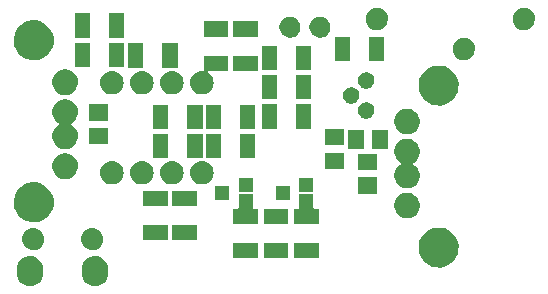
<source format=gbs>
G04 #@! TF.FileFunction,Soldermask,Bot*
%FSLAX46Y46*%
G04 Gerber Fmt 4.6, Leading zero omitted, Abs format (unit mm)*
G04 Created by KiCad (PCBNEW 4.0.1-stable) date Fri 18 Dec 2015 10:46:47 AM EET*
%MOMM*%
G01*
G04 APERTURE LIST*
%ADD10C,0.100000*%
G04 APERTURE END LIST*
D10*
G36*
X153994077Y-67926006D02*
X153994100Y-67926013D01*
X153994175Y-67926021D01*
X154197392Y-67988927D01*
X154384520Y-68090107D01*
X154548432Y-68225707D01*
X154682884Y-68390561D01*
X154782755Y-68578391D01*
X154844241Y-68782043D01*
X154865000Y-68993758D01*
X154865000Y-69406314D01*
X154864923Y-69417404D01*
X154864922Y-69417411D01*
X154864894Y-69421461D01*
X154841181Y-69632866D01*
X154776858Y-69835639D01*
X154674374Y-70022056D01*
X154537633Y-70185017D01*
X154371844Y-70318315D01*
X154183321Y-70416872D01*
X153979246Y-70476935D01*
X153979185Y-70476941D01*
X153979156Y-70476949D01*
X153767395Y-70496220D01*
X153555923Y-70473994D01*
X153555900Y-70473987D01*
X153555825Y-70473979D01*
X153352608Y-70411073D01*
X153165480Y-70309893D01*
X153001568Y-70174293D01*
X152867116Y-70009439D01*
X152767245Y-69821609D01*
X152705759Y-69617957D01*
X152685000Y-69406242D01*
X152685000Y-68993686D01*
X152685077Y-68982596D01*
X152685078Y-68982589D01*
X152685106Y-68978539D01*
X152708819Y-68767134D01*
X152773142Y-68564361D01*
X152875626Y-68377944D01*
X153012367Y-68214983D01*
X153178156Y-68081685D01*
X153366679Y-67983128D01*
X153570754Y-67923065D01*
X153570815Y-67923059D01*
X153570844Y-67923051D01*
X153782605Y-67903780D01*
X153994077Y-67926006D01*
X153994077Y-67926006D01*
G37*
G36*
X159494077Y-67926006D02*
X159494100Y-67926013D01*
X159494175Y-67926021D01*
X159697392Y-67988927D01*
X159884520Y-68090107D01*
X160048432Y-68225707D01*
X160182884Y-68390561D01*
X160282755Y-68578391D01*
X160344241Y-68782043D01*
X160365000Y-68993758D01*
X160365000Y-69406314D01*
X160364923Y-69417404D01*
X160364922Y-69417411D01*
X160364894Y-69421461D01*
X160341181Y-69632866D01*
X160276858Y-69835639D01*
X160174374Y-70022056D01*
X160037633Y-70185017D01*
X159871844Y-70318315D01*
X159683321Y-70416872D01*
X159479246Y-70476935D01*
X159479185Y-70476941D01*
X159479156Y-70476949D01*
X159267395Y-70496220D01*
X159055923Y-70473994D01*
X159055900Y-70473987D01*
X159055825Y-70473979D01*
X158852608Y-70411073D01*
X158665480Y-70309893D01*
X158501568Y-70174293D01*
X158367116Y-70009439D01*
X158267245Y-69821609D01*
X158205759Y-69617957D01*
X158185000Y-69406242D01*
X158185000Y-68993686D01*
X158185077Y-68982596D01*
X158185078Y-68982589D01*
X158185106Y-68978539D01*
X158208819Y-68767134D01*
X158273142Y-68564361D01*
X158375626Y-68377944D01*
X158512367Y-68214983D01*
X158678156Y-68081685D01*
X158866679Y-67983128D01*
X159070754Y-67923065D01*
X159070815Y-67923059D01*
X159070844Y-67923051D01*
X159282605Y-67903780D01*
X159494077Y-67926006D01*
X159494077Y-67926006D01*
G37*
G36*
X188544495Y-65516393D02*
X188869130Y-65583030D01*
X189174633Y-65711452D01*
X189449377Y-65896769D01*
X189682897Y-66131924D01*
X189866288Y-66407951D01*
X189992577Y-66714350D01*
X190056809Y-67038750D01*
X190056809Y-67038762D01*
X190056943Y-67039440D01*
X190051657Y-67417962D01*
X190051505Y-67418630D01*
X190051505Y-67418649D01*
X189978240Y-67741125D01*
X189843444Y-68043883D01*
X189652417Y-68314680D01*
X189412426Y-68543220D01*
X189132611Y-68720796D01*
X188823641Y-68840638D01*
X188497271Y-68898186D01*
X188165943Y-68891245D01*
X187842274Y-68820083D01*
X187538593Y-68687408D01*
X187266459Y-68498269D01*
X187036250Y-68259881D01*
X186856726Y-67981314D01*
X186734729Y-67673185D01*
X186674905Y-67347229D01*
X186679532Y-67015863D01*
X186748434Y-66691702D01*
X186878988Y-66387096D01*
X187066219Y-66113653D01*
X187302995Y-65881784D01*
X187580298Y-65700322D01*
X187887567Y-65576177D01*
X188213101Y-65514078D01*
X188544495Y-65516393D01*
X188544495Y-65516393D01*
G37*
G36*
X178220000Y-68090000D02*
X176140000Y-68090000D01*
X176140000Y-66810000D01*
X178220000Y-66810000D01*
X178220000Y-68090000D01*
X178220000Y-68090000D01*
G37*
G36*
X173070000Y-68090000D02*
X170990000Y-68090000D01*
X170990000Y-66810000D01*
X173070000Y-66810000D01*
X173070000Y-68090000D01*
X173070000Y-68090000D01*
G37*
G36*
X175645000Y-68090000D02*
X173565000Y-68090000D01*
X173565000Y-66810000D01*
X175645000Y-66810000D01*
X175645000Y-68090000D01*
X175645000Y-68090000D01*
G37*
G36*
X154213015Y-65574637D02*
X154213033Y-65574643D01*
X154213113Y-65574651D01*
X154388365Y-65628901D01*
X154549741Y-65716157D01*
X154691096Y-65833096D01*
X154807046Y-65975264D01*
X154893173Y-66137246D01*
X154946198Y-66312872D01*
X154964100Y-66495452D01*
X154964100Y-66504624D01*
X154964037Y-66513617D01*
X154964036Y-66513622D01*
X154964008Y-66517672D01*
X154943559Y-66699985D01*
X154888087Y-66874853D01*
X154799707Y-67035617D01*
X154681784Y-67176152D01*
X154538809Y-67291106D01*
X154376230Y-67376101D01*
X154200238Y-67427898D01*
X154200178Y-67427903D01*
X154200149Y-67427912D01*
X154017542Y-67444530D01*
X153835185Y-67425363D01*
X153835167Y-67425357D01*
X153835087Y-67425349D01*
X153659835Y-67371099D01*
X153498459Y-67283843D01*
X153357104Y-67166904D01*
X153241154Y-67024736D01*
X153155027Y-66862754D01*
X153102002Y-66687128D01*
X153084100Y-66504548D01*
X153084100Y-66495376D01*
X153084163Y-66486383D01*
X153084164Y-66486378D01*
X153084192Y-66482328D01*
X153104641Y-66300015D01*
X153160113Y-66125147D01*
X153248493Y-65964383D01*
X153366416Y-65823848D01*
X153509391Y-65708894D01*
X153671970Y-65623899D01*
X153847962Y-65572102D01*
X153848022Y-65572097D01*
X153848051Y-65572088D01*
X154030658Y-65555470D01*
X154213015Y-65574637D01*
X154213015Y-65574637D01*
G37*
G36*
X159213015Y-65574637D02*
X159213033Y-65574643D01*
X159213113Y-65574651D01*
X159388365Y-65628901D01*
X159549741Y-65716157D01*
X159691096Y-65833096D01*
X159807046Y-65975264D01*
X159893173Y-66137246D01*
X159946198Y-66312872D01*
X159964100Y-66495452D01*
X159964100Y-66504624D01*
X159964037Y-66513617D01*
X159964036Y-66513622D01*
X159964008Y-66517672D01*
X159943559Y-66699985D01*
X159888087Y-66874853D01*
X159799707Y-67035617D01*
X159681784Y-67176152D01*
X159538809Y-67291106D01*
X159376230Y-67376101D01*
X159200238Y-67427898D01*
X159200178Y-67427903D01*
X159200149Y-67427912D01*
X159017542Y-67444530D01*
X158835185Y-67425363D01*
X158835167Y-67425357D01*
X158835087Y-67425349D01*
X158659835Y-67371099D01*
X158498459Y-67283843D01*
X158357104Y-67166904D01*
X158241154Y-67024736D01*
X158155027Y-66862754D01*
X158102002Y-66687128D01*
X158084100Y-66504548D01*
X158084100Y-66495376D01*
X158084163Y-66486383D01*
X158084164Y-66486378D01*
X158084192Y-66482328D01*
X158104641Y-66300015D01*
X158160113Y-66125147D01*
X158248493Y-65964383D01*
X158366416Y-65823848D01*
X158509391Y-65708894D01*
X158671970Y-65623899D01*
X158847962Y-65572102D01*
X158848022Y-65572097D01*
X158848051Y-65572088D01*
X159030658Y-65555470D01*
X159213015Y-65574637D01*
X159213015Y-65574637D01*
G37*
G36*
X165440000Y-66590000D02*
X163360000Y-66590000D01*
X163360000Y-65310000D01*
X165440000Y-65310000D01*
X165440000Y-66590000D01*
X165440000Y-66590000D01*
G37*
G36*
X167915000Y-66590000D02*
X165835000Y-66590000D01*
X165835000Y-65310000D01*
X167915000Y-65310000D01*
X167915000Y-66590000D01*
X167915000Y-66590000D01*
G37*
G36*
X172620810Y-63810000D02*
X172624769Y-63837859D01*
X172636333Y-63863513D01*
X172654586Y-63884929D01*
X172678082Y-63900412D01*
X172704962Y-63908736D01*
X172720810Y-63910000D01*
X173070000Y-63910000D01*
X173070000Y-65190000D01*
X170990000Y-65190000D01*
X170990000Y-63910000D01*
X171340710Y-63910000D01*
X171368569Y-63906041D01*
X171394223Y-63894477D01*
X171415639Y-63876224D01*
X171431122Y-63852728D01*
X171439446Y-63825848D01*
X171440710Y-63810000D01*
X171440710Y-62710990D01*
X172620810Y-62710990D01*
X172620810Y-63810000D01*
X172620810Y-63810000D01*
G37*
G36*
X177765810Y-63810000D02*
X177769769Y-63837859D01*
X177781333Y-63863513D01*
X177799586Y-63884929D01*
X177823082Y-63900412D01*
X177849962Y-63908736D01*
X177865810Y-63910000D01*
X178220000Y-63910000D01*
X178220000Y-65190000D01*
X176140000Y-65190000D01*
X176140000Y-63910000D01*
X176485710Y-63910000D01*
X176513569Y-63906041D01*
X176539223Y-63894477D01*
X176560639Y-63876224D01*
X176576122Y-63852728D01*
X176584446Y-63825848D01*
X176585710Y-63810000D01*
X176585710Y-62710990D01*
X177765810Y-62710990D01*
X177765810Y-63810000D01*
X177765810Y-63810000D01*
G37*
G36*
X175645000Y-65190000D02*
X173565000Y-65190000D01*
X173565000Y-63910000D01*
X175645000Y-63910000D01*
X175645000Y-65190000D01*
X175645000Y-65190000D01*
G37*
G36*
X154260495Y-61681253D02*
X154585130Y-61747890D01*
X154890633Y-61876312D01*
X155165377Y-62061629D01*
X155398897Y-62296784D01*
X155582288Y-62572811D01*
X155708577Y-62879210D01*
X155772809Y-63203610D01*
X155772809Y-63203622D01*
X155772943Y-63204300D01*
X155767657Y-63582822D01*
X155767505Y-63583490D01*
X155767505Y-63583509D01*
X155694240Y-63905985D01*
X155559444Y-64208743D01*
X155368417Y-64479540D01*
X155128426Y-64708080D01*
X154848611Y-64885656D01*
X154539641Y-65005498D01*
X154213271Y-65063046D01*
X153881943Y-65056105D01*
X153558274Y-64984943D01*
X153254593Y-64852268D01*
X152982459Y-64663129D01*
X152752250Y-64424741D01*
X152572726Y-64146174D01*
X152450729Y-63838045D01*
X152390905Y-63512089D01*
X152395532Y-63180723D01*
X152464434Y-62856562D01*
X152594988Y-62551956D01*
X152782219Y-62278513D01*
X153018995Y-62046644D01*
X153296298Y-61865182D01*
X153603567Y-61741037D01*
X153929101Y-61678938D01*
X154260495Y-61681253D01*
X154260495Y-61681253D01*
G37*
G36*
X185814493Y-62559862D02*
X186023881Y-62602843D01*
X186220940Y-62685679D01*
X186398159Y-62805215D01*
X186548780Y-62956891D01*
X186667072Y-63134936D01*
X186748532Y-63332573D01*
X186789914Y-63541567D01*
X186789914Y-63541587D01*
X186790047Y-63542260D01*
X186786637Y-63786414D01*
X186786486Y-63787077D01*
X186786486Y-63787101D01*
X186739283Y-63994864D01*
X186652338Y-64190147D01*
X186529122Y-64364816D01*
X186374322Y-64512230D01*
X186193832Y-64626772D01*
X185994546Y-64704070D01*
X185784027Y-64741191D01*
X185570314Y-64736713D01*
X185361540Y-64690812D01*
X185165658Y-64605233D01*
X184990129Y-64483238D01*
X184841638Y-64329470D01*
X184725841Y-64149789D01*
X184647151Y-63951039D01*
X184608563Y-63740789D01*
X184611547Y-63527053D01*
X184655991Y-63317962D01*
X184740201Y-63121483D01*
X184860967Y-62945111D01*
X185013694Y-62795548D01*
X185192564Y-62678499D01*
X185390755Y-62598425D01*
X185600731Y-62558369D01*
X185814493Y-62559862D01*
X185814493Y-62559862D01*
G37*
G36*
X165440000Y-63690000D02*
X163360000Y-63690000D01*
X163360000Y-62410000D01*
X165440000Y-62410000D01*
X165440000Y-63690000D01*
X165440000Y-63690000D01*
G37*
G36*
X167915000Y-63690000D02*
X165835000Y-63690000D01*
X165835000Y-62410000D01*
X167915000Y-62410000D01*
X167915000Y-63690000D01*
X167915000Y-63690000D01*
G37*
G36*
X175766830Y-63190050D02*
X174586730Y-63190050D01*
X174586730Y-62009950D01*
X175766830Y-62009950D01*
X175766830Y-63190050D01*
X175766830Y-63190050D01*
G37*
G36*
X170621830Y-63190050D02*
X169441730Y-63190050D01*
X169441730Y-62009950D01*
X170621830Y-62009950D01*
X170621830Y-63190050D01*
X170621830Y-63190050D01*
G37*
G36*
X183165000Y-62640000D02*
X181535000Y-62640000D01*
X181535000Y-61260000D01*
X183165000Y-61260000D01*
X183165000Y-62640000D01*
X183165000Y-62640000D01*
G37*
G36*
X177765810Y-62489010D02*
X176585710Y-62489010D01*
X176585710Y-61308910D01*
X177765810Y-61308910D01*
X177765810Y-62489010D01*
X177765810Y-62489010D01*
G37*
G36*
X172620810Y-62489010D02*
X171440710Y-62489010D01*
X171440710Y-61308910D01*
X172620810Y-61308910D01*
X172620810Y-62489010D01*
X172620810Y-62489010D01*
G37*
G36*
X185814493Y-57987862D02*
X186023881Y-58030843D01*
X186220940Y-58113679D01*
X186398159Y-58233215D01*
X186548780Y-58384891D01*
X186667072Y-58562936D01*
X186748532Y-58760573D01*
X186789914Y-58969567D01*
X186789914Y-58969587D01*
X186790047Y-58970260D01*
X186786637Y-59214414D01*
X186786486Y-59215077D01*
X186786486Y-59215101D01*
X186739283Y-59422864D01*
X186652338Y-59618147D01*
X186529122Y-59792816D01*
X186374322Y-59940229D01*
X186267385Y-60008094D01*
X186245984Y-60026365D01*
X186230521Y-60049874D01*
X186222219Y-60076761D01*
X186221736Y-60104896D01*
X186229110Y-60132052D01*
X186243758Y-60156078D01*
X186265049Y-60175431D01*
X186398158Y-60265215D01*
X186548780Y-60416891D01*
X186667072Y-60594936D01*
X186748532Y-60792573D01*
X186789914Y-61001567D01*
X186789914Y-61001587D01*
X186790047Y-61002260D01*
X186786637Y-61246414D01*
X186786486Y-61247077D01*
X186786486Y-61247101D01*
X186739283Y-61454864D01*
X186652338Y-61650147D01*
X186529122Y-61824816D01*
X186374322Y-61972230D01*
X186193832Y-62086772D01*
X185994546Y-62164070D01*
X185784027Y-62201191D01*
X185570314Y-62196713D01*
X185361540Y-62150812D01*
X185165658Y-62065233D01*
X184990129Y-61943238D01*
X184841638Y-61789470D01*
X184725841Y-61609789D01*
X184647151Y-61411039D01*
X184608563Y-61200789D01*
X184611547Y-60987053D01*
X184655991Y-60777962D01*
X184740201Y-60581483D01*
X184860967Y-60405111D01*
X185013694Y-60255548D01*
X185132659Y-60177700D01*
X185153803Y-60159132D01*
X185168937Y-60135409D01*
X185176863Y-60108409D01*
X185176953Y-60080270D01*
X185169200Y-60053220D01*
X185154218Y-60029401D01*
X185134974Y-60011908D01*
X184990129Y-59911238D01*
X184841638Y-59757470D01*
X184725841Y-59577789D01*
X184647151Y-59379039D01*
X184608563Y-59168789D01*
X184611547Y-58955053D01*
X184655991Y-58745962D01*
X184740201Y-58549483D01*
X184860967Y-58373111D01*
X185013694Y-58223548D01*
X185192564Y-58106499D01*
X185390755Y-58026425D01*
X185600731Y-57986369D01*
X185814493Y-57987862D01*
X185814493Y-57987862D01*
G37*
G36*
X160908969Y-59895416D02*
X160908992Y-59895423D01*
X160909067Y-59895431D01*
X161093640Y-59952565D01*
X161263601Y-60044463D01*
X161412475Y-60167622D01*
X161534592Y-60317352D01*
X161625301Y-60487950D01*
X161681146Y-60672918D01*
X161700000Y-60865210D01*
X161700000Y-60874865D01*
X161699932Y-60884557D01*
X161699931Y-60884562D01*
X161699903Y-60888613D01*
X161678366Y-61080623D01*
X161619944Y-61264792D01*
X161526862Y-61434107D01*
X161402667Y-61582118D01*
X161252088Y-61703187D01*
X161080861Y-61792702D01*
X160895508Y-61847254D01*
X160895447Y-61847260D01*
X160895418Y-61847268D01*
X160703093Y-61864770D01*
X160511031Y-61844584D01*
X160511008Y-61844577D01*
X160510933Y-61844569D01*
X160326360Y-61787435D01*
X160156399Y-61695537D01*
X160007525Y-61572378D01*
X159885408Y-61422648D01*
X159794699Y-61252050D01*
X159738854Y-61067082D01*
X159720000Y-60874790D01*
X159720000Y-60865135D01*
X159720068Y-60855443D01*
X159720069Y-60855438D01*
X159720097Y-60851387D01*
X159741634Y-60659377D01*
X159800056Y-60475208D01*
X159893138Y-60305893D01*
X160017333Y-60157882D01*
X160167912Y-60036813D01*
X160339139Y-59947298D01*
X160524492Y-59892746D01*
X160524553Y-59892740D01*
X160524582Y-59892732D01*
X160716907Y-59875230D01*
X160908969Y-59895416D01*
X160908969Y-59895416D01*
G37*
G36*
X163448969Y-59895416D02*
X163448992Y-59895423D01*
X163449067Y-59895431D01*
X163633640Y-59952565D01*
X163803601Y-60044463D01*
X163952475Y-60167622D01*
X164074592Y-60317352D01*
X164165301Y-60487950D01*
X164221146Y-60672918D01*
X164240000Y-60865210D01*
X164240000Y-60874865D01*
X164239932Y-60884557D01*
X164239931Y-60884562D01*
X164239903Y-60888613D01*
X164218366Y-61080623D01*
X164159944Y-61264792D01*
X164066862Y-61434107D01*
X163942667Y-61582118D01*
X163792088Y-61703187D01*
X163620861Y-61792702D01*
X163435508Y-61847254D01*
X163435447Y-61847260D01*
X163435418Y-61847268D01*
X163243093Y-61864770D01*
X163051031Y-61844584D01*
X163051008Y-61844577D01*
X163050933Y-61844569D01*
X162866360Y-61787435D01*
X162696399Y-61695537D01*
X162547525Y-61572378D01*
X162425408Y-61422648D01*
X162334699Y-61252050D01*
X162278854Y-61067082D01*
X162260000Y-60874790D01*
X162260000Y-60865135D01*
X162260068Y-60855443D01*
X162260069Y-60855438D01*
X162260097Y-60851387D01*
X162281634Y-60659377D01*
X162340056Y-60475208D01*
X162433138Y-60305893D01*
X162557333Y-60157882D01*
X162707912Y-60036813D01*
X162879139Y-59947298D01*
X163064492Y-59892746D01*
X163064553Y-59892740D01*
X163064582Y-59892732D01*
X163256907Y-59875230D01*
X163448969Y-59895416D01*
X163448969Y-59895416D01*
G37*
G36*
X165988969Y-59895416D02*
X165988992Y-59895423D01*
X165989067Y-59895431D01*
X166173640Y-59952565D01*
X166343601Y-60044463D01*
X166492475Y-60167622D01*
X166614592Y-60317352D01*
X166705301Y-60487950D01*
X166761146Y-60672918D01*
X166780000Y-60865210D01*
X166780000Y-60874865D01*
X166779932Y-60884557D01*
X166779931Y-60884562D01*
X166779903Y-60888613D01*
X166758366Y-61080623D01*
X166699944Y-61264792D01*
X166606862Y-61434107D01*
X166482667Y-61582118D01*
X166332088Y-61703187D01*
X166160861Y-61792702D01*
X165975508Y-61847254D01*
X165975447Y-61847260D01*
X165975418Y-61847268D01*
X165783093Y-61864770D01*
X165591031Y-61844584D01*
X165591008Y-61844577D01*
X165590933Y-61844569D01*
X165406360Y-61787435D01*
X165236399Y-61695537D01*
X165087525Y-61572378D01*
X164965408Y-61422648D01*
X164874699Y-61252050D01*
X164818854Y-61067082D01*
X164800000Y-60874790D01*
X164800000Y-60865135D01*
X164800068Y-60855443D01*
X164800069Y-60855438D01*
X164800097Y-60851387D01*
X164821634Y-60659377D01*
X164880056Y-60475208D01*
X164973138Y-60305893D01*
X165097333Y-60157882D01*
X165247912Y-60036813D01*
X165419139Y-59947298D01*
X165604492Y-59892746D01*
X165604553Y-59892740D01*
X165604582Y-59892732D01*
X165796907Y-59875230D01*
X165988969Y-59895416D01*
X165988969Y-59895416D01*
G37*
G36*
X168528969Y-59895416D02*
X168528992Y-59895423D01*
X168529067Y-59895431D01*
X168713640Y-59952565D01*
X168883601Y-60044463D01*
X169032475Y-60167622D01*
X169154592Y-60317352D01*
X169245301Y-60487950D01*
X169301146Y-60672918D01*
X169320000Y-60865210D01*
X169320000Y-60874865D01*
X169319932Y-60884557D01*
X169319931Y-60884562D01*
X169319903Y-60888613D01*
X169298366Y-61080623D01*
X169239944Y-61264792D01*
X169146862Y-61434107D01*
X169022667Y-61582118D01*
X168872088Y-61703187D01*
X168700861Y-61792702D01*
X168515508Y-61847254D01*
X168515447Y-61847260D01*
X168515418Y-61847268D01*
X168323093Y-61864770D01*
X168131031Y-61844584D01*
X168131008Y-61844577D01*
X168130933Y-61844569D01*
X167946360Y-61787435D01*
X167776399Y-61695537D01*
X167627525Y-61572378D01*
X167505408Y-61422648D01*
X167414699Y-61252050D01*
X167358854Y-61067082D01*
X167340000Y-60874790D01*
X167340000Y-60865135D01*
X167340068Y-60855443D01*
X167340069Y-60855438D01*
X167340097Y-60851387D01*
X167361634Y-60659377D01*
X167420056Y-60475208D01*
X167513138Y-60305893D01*
X167637333Y-60157882D01*
X167787912Y-60036813D01*
X167959139Y-59947298D01*
X168144492Y-59892746D01*
X168144553Y-59892740D01*
X168144582Y-59892732D01*
X168336907Y-59875230D01*
X168528969Y-59895416D01*
X168528969Y-59895416D01*
G37*
G36*
X156864493Y-59232722D02*
X157073881Y-59275703D01*
X157270940Y-59358539D01*
X157448159Y-59478075D01*
X157598780Y-59629751D01*
X157717072Y-59807796D01*
X157798532Y-60005433D01*
X157839914Y-60214427D01*
X157839914Y-60214447D01*
X157840047Y-60215120D01*
X157836637Y-60459274D01*
X157836486Y-60459937D01*
X157836486Y-60459961D01*
X157789283Y-60667724D01*
X157702338Y-60863007D01*
X157579122Y-61037676D01*
X157424322Y-61185090D01*
X157243832Y-61299632D01*
X157044546Y-61376930D01*
X156834027Y-61414051D01*
X156620314Y-61409573D01*
X156411540Y-61363672D01*
X156215658Y-61278093D01*
X156040129Y-61156098D01*
X155891638Y-61002330D01*
X155775841Y-60822649D01*
X155697151Y-60623899D01*
X155658563Y-60413649D01*
X155661547Y-60199913D01*
X155705991Y-59990822D01*
X155790201Y-59794343D01*
X155910967Y-59617971D01*
X156063694Y-59468408D01*
X156242564Y-59351359D01*
X156440755Y-59271285D01*
X156650731Y-59231229D01*
X156864493Y-59232722D01*
X156864493Y-59232722D01*
G37*
G36*
X183165000Y-60640000D02*
X181535000Y-60640000D01*
X181535000Y-59260000D01*
X183165000Y-59260000D01*
X183165000Y-60640000D01*
X183165000Y-60640000D01*
G37*
G36*
X180340000Y-60565000D02*
X178710000Y-60565000D01*
X178710000Y-59185000D01*
X180340000Y-59185000D01*
X180340000Y-60565000D01*
X180340000Y-60565000D01*
G37*
G36*
X169954090Y-59655000D02*
X168674090Y-59655000D01*
X168674090Y-57575000D01*
X169954090Y-57575000D01*
X169954090Y-59655000D01*
X169954090Y-59655000D01*
G37*
G36*
X172854090Y-59655000D02*
X171574090Y-59655000D01*
X171574090Y-57575000D01*
X172854090Y-57575000D01*
X172854090Y-59655000D01*
X172854090Y-59655000D01*
G37*
G36*
X168389090Y-59655000D02*
X167109090Y-59655000D01*
X167109090Y-57575000D01*
X168389090Y-57575000D01*
X168389090Y-59655000D01*
X168389090Y-59655000D01*
G37*
G36*
X165489090Y-59655000D02*
X164209090Y-59655000D01*
X164209090Y-57575000D01*
X165489090Y-57575000D01*
X165489090Y-59655000D01*
X165489090Y-59655000D01*
G37*
G36*
X184090000Y-58890000D02*
X182710000Y-58890000D01*
X182710000Y-57260000D01*
X184090000Y-57260000D01*
X184090000Y-58890000D01*
X184090000Y-58890000D01*
G37*
G36*
X182090000Y-58890000D02*
X180710000Y-58890000D01*
X180710000Y-57260000D01*
X182090000Y-57260000D01*
X182090000Y-58890000D01*
X182090000Y-58890000D01*
G37*
G36*
X156864493Y-54660722D02*
X157073881Y-54703703D01*
X157270940Y-54786539D01*
X157448159Y-54906075D01*
X157598780Y-55057751D01*
X157717072Y-55235796D01*
X157798532Y-55433433D01*
X157839914Y-55642427D01*
X157839914Y-55642447D01*
X157840047Y-55643120D01*
X157836637Y-55887274D01*
X157836486Y-55887937D01*
X157836486Y-55887961D01*
X157789283Y-56095724D01*
X157702338Y-56291007D01*
X157579122Y-56465676D01*
X157424322Y-56613089D01*
X157317385Y-56680954D01*
X157295984Y-56699225D01*
X157280521Y-56722734D01*
X157272219Y-56749621D01*
X157271736Y-56777756D01*
X157279110Y-56804912D01*
X157293758Y-56828938D01*
X157315049Y-56848291D01*
X157448158Y-56938075D01*
X157598780Y-57089751D01*
X157717072Y-57267796D01*
X157798532Y-57465433D01*
X157839914Y-57674427D01*
X157839914Y-57674447D01*
X157840047Y-57675120D01*
X157836637Y-57919274D01*
X157836486Y-57919937D01*
X157836486Y-57919961D01*
X157789283Y-58127724D01*
X157702338Y-58323007D01*
X157579122Y-58497676D01*
X157424322Y-58645090D01*
X157243832Y-58759632D01*
X157044546Y-58836930D01*
X156834027Y-58874051D01*
X156620314Y-58869573D01*
X156411540Y-58823672D01*
X156215658Y-58738093D01*
X156040129Y-58616098D01*
X155891638Y-58462330D01*
X155775841Y-58282649D01*
X155697151Y-58083899D01*
X155658563Y-57873649D01*
X155661547Y-57659913D01*
X155705991Y-57450822D01*
X155790201Y-57254343D01*
X155910967Y-57077971D01*
X156063694Y-56928408D01*
X156182659Y-56850560D01*
X156203803Y-56831992D01*
X156218937Y-56808269D01*
X156226863Y-56781269D01*
X156226953Y-56753130D01*
X156219200Y-56726080D01*
X156204218Y-56702261D01*
X156184974Y-56684768D01*
X156040129Y-56584098D01*
X155891638Y-56430330D01*
X155775841Y-56250649D01*
X155697151Y-56051899D01*
X155658563Y-55841649D01*
X155661547Y-55627913D01*
X155705991Y-55418822D01*
X155790201Y-55222343D01*
X155910967Y-55045971D01*
X156063694Y-54896408D01*
X156242564Y-54779359D01*
X156440755Y-54699285D01*
X156650731Y-54659229D01*
X156864493Y-54660722D01*
X156864493Y-54660722D01*
G37*
G36*
X180340000Y-58565000D02*
X178710000Y-58565000D01*
X178710000Y-57185000D01*
X180340000Y-57185000D01*
X180340000Y-58565000D01*
X180340000Y-58565000D01*
G37*
G36*
X160390000Y-58465000D02*
X158760000Y-58465000D01*
X158760000Y-57085000D01*
X160390000Y-57085000D01*
X160390000Y-58465000D01*
X160390000Y-58465000D01*
G37*
G36*
X185814493Y-55447862D02*
X186023881Y-55490843D01*
X186220940Y-55573679D01*
X186398159Y-55693215D01*
X186548780Y-55844891D01*
X186667072Y-56022936D01*
X186748532Y-56220573D01*
X186789914Y-56429567D01*
X186789914Y-56429587D01*
X186790047Y-56430260D01*
X186786637Y-56674414D01*
X186786486Y-56675077D01*
X186786486Y-56675101D01*
X186739283Y-56882864D01*
X186652338Y-57078147D01*
X186529122Y-57252816D01*
X186374322Y-57400230D01*
X186193832Y-57514772D01*
X185994546Y-57592070D01*
X185784027Y-57629191D01*
X185570314Y-57624713D01*
X185361540Y-57578812D01*
X185165658Y-57493233D01*
X184990129Y-57371238D01*
X184841638Y-57217470D01*
X184725841Y-57037789D01*
X184647151Y-56839039D01*
X184608563Y-56628789D01*
X184611547Y-56415053D01*
X184655991Y-56205962D01*
X184740201Y-56009483D01*
X184860967Y-55833111D01*
X185013694Y-55683548D01*
X185192564Y-55566499D01*
X185390755Y-55486425D01*
X185600731Y-55446369D01*
X185814493Y-55447862D01*
X185814493Y-55447862D01*
G37*
G36*
X165489090Y-57180000D02*
X164209090Y-57180000D01*
X164209090Y-55100000D01*
X165489090Y-55100000D01*
X165489090Y-57180000D01*
X165489090Y-57180000D01*
G37*
G36*
X168389090Y-57180000D02*
X167109090Y-57180000D01*
X167109090Y-55100000D01*
X168389090Y-55100000D01*
X168389090Y-57180000D01*
X168389090Y-57180000D01*
G37*
G36*
X172854090Y-57180000D02*
X171574090Y-57180000D01*
X171574090Y-55100000D01*
X172854090Y-55100000D01*
X172854090Y-57180000D01*
X172854090Y-57180000D01*
G37*
G36*
X169954090Y-57180000D02*
X168674090Y-57180000D01*
X168674090Y-55100000D01*
X169954090Y-55100000D01*
X169954090Y-57180000D01*
X169954090Y-57180000D01*
G37*
G36*
X177569174Y-57145186D02*
X176289174Y-57145186D01*
X176289174Y-55065186D01*
X177569174Y-55065186D01*
X177569174Y-57145186D01*
X177569174Y-57145186D01*
G37*
G36*
X174669174Y-57145186D02*
X173389174Y-57145186D01*
X173389174Y-55065186D01*
X174669174Y-55065186D01*
X174669174Y-57145186D01*
X174669174Y-57145186D01*
G37*
G36*
X160390000Y-56465000D02*
X158760000Y-56465000D01*
X158760000Y-55085000D01*
X160390000Y-55085000D01*
X160390000Y-56465000D01*
X160390000Y-56465000D01*
G37*
G36*
X182317514Y-54905077D02*
X182450143Y-54932301D01*
X182574952Y-54984766D01*
X182687199Y-55060477D01*
X182782598Y-55156545D01*
X182857521Y-55269314D01*
X182909117Y-55394495D01*
X182935277Y-55526611D01*
X182935277Y-55526637D01*
X182935409Y-55527305D01*
X182933250Y-55681946D01*
X182933098Y-55682614D01*
X182933098Y-55682633D01*
X182903259Y-55813971D01*
X182848188Y-55937661D01*
X182770145Y-56048295D01*
X182672101Y-56141660D01*
X182557783Y-56214210D01*
X182431557Y-56263170D01*
X182298222Y-56286680D01*
X182162859Y-56283844D01*
X182030627Y-56254772D01*
X181906560Y-56200568D01*
X181795385Y-56123299D01*
X181701334Y-56025906D01*
X181627990Y-55912099D01*
X181578149Y-55786215D01*
X181553708Y-55653049D01*
X181555599Y-55517674D01*
X181583748Y-55385240D01*
X181637086Y-55260793D01*
X181713577Y-55149082D01*
X181810310Y-55054354D01*
X181923598Y-54980220D01*
X182049130Y-54929501D01*
X182182125Y-54904131D01*
X182317514Y-54905077D01*
X182317514Y-54905077D01*
G37*
G36*
X188544495Y-51800393D02*
X188869130Y-51867030D01*
X189174633Y-51995452D01*
X189449377Y-52180769D01*
X189682897Y-52415924D01*
X189866288Y-52691951D01*
X189992577Y-52998350D01*
X190056809Y-53322750D01*
X190056809Y-53322762D01*
X190056943Y-53323440D01*
X190051657Y-53701962D01*
X190051505Y-53702630D01*
X190051505Y-53702649D01*
X189978240Y-54025125D01*
X189843444Y-54327883D01*
X189652417Y-54598680D01*
X189412426Y-54827220D01*
X189132611Y-55004796D01*
X188823641Y-55124638D01*
X188497271Y-55182186D01*
X188165943Y-55175245D01*
X187842274Y-55104083D01*
X187538593Y-54971408D01*
X187266459Y-54782269D01*
X187036250Y-54543881D01*
X186856726Y-54265314D01*
X186734729Y-53957185D01*
X186674905Y-53631229D01*
X186679532Y-53299863D01*
X186748434Y-52975702D01*
X186878988Y-52671096D01*
X187066219Y-52397653D01*
X187302995Y-52165784D01*
X187580298Y-51984322D01*
X187887567Y-51860177D01*
X188213101Y-51798078D01*
X188544495Y-51800393D01*
X188544495Y-51800393D01*
G37*
G36*
X181047514Y-53635077D02*
X181180143Y-53662301D01*
X181304952Y-53714766D01*
X181417199Y-53790477D01*
X181512598Y-53886545D01*
X181587521Y-53999314D01*
X181639117Y-54124495D01*
X181665277Y-54256611D01*
X181665277Y-54256637D01*
X181665409Y-54257305D01*
X181663250Y-54411946D01*
X181663098Y-54412614D01*
X181663098Y-54412633D01*
X181633259Y-54543971D01*
X181578188Y-54667661D01*
X181500145Y-54778295D01*
X181402101Y-54871660D01*
X181287783Y-54944210D01*
X181161557Y-54993170D01*
X181028222Y-55016680D01*
X180892859Y-55013844D01*
X180760627Y-54984772D01*
X180636560Y-54930568D01*
X180525385Y-54853299D01*
X180431334Y-54755906D01*
X180357990Y-54642099D01*
X180308149Y-54516215D01*
X180283708Y-54383049D01*
X180285599Y-54247674D01*
X180313748Y-54115240D01*
X180367086Y-53990793D01*
X180443577Y-53879082D01*
X180540310Y-53784354D01*
X180653598Y-53710220D01*
X180779130Y-53659501D01*
X180912125Y-53634131D01*
X181047514Y-53635077D01*
X181047514Y-53635077D01*
G37*
G36*
X177569174Y-54670186D02*
X176289174Y-54670186D01*
X176289174Y-52590186D01*
X177569174Y-52590186D01*
X177569174Y-54670186D01*
X177569174Y-54670186D01*
G37*
G36*
X174669174Y-54670186D02*
X173389174Y-54670186D01*
X173389174Y-52590186D01*
X174669174Y-52590186D01*
X174669174Y-54670186D01*
X174669174Y-54670186D01*
G37*
G36*
X156864493Y-52120722D02*
X157073881Y-52163703D01*
X157270940Y-52246539D01*
X157448159Y-52366075D01*
X157598780Y-52517751D01*
X157717072Y-52695796D01*
X157798532Y-52893433D01*
X157839914Y-53102427D01*
X157839914Y-53102447D01*
X157840047Y-53103120D01*
X157836637Y-53347274D01*
X157836486Y-53347937D01*
X157836486Y-53347961D01*
X157789283Y-53555724D01*
X157702338Y-53751007D01*
X157579122Y-53925676D01*
X157424322Y-54073090D01*
X157243832Y-54187632D01*
X157044546Y-54264930D01*
X156834027Y-54302051D01*
X156620314Y-54297573D01*
X156411540Y-54251672D01*
X156215658Y-54166093D01*
X156040129Y-54044098D01*
X155891638Y-53890330D01*
X155775841Y-53710649D01*
X155697151Y-53511899D01*
X155658563Y-53301649D01*
X155661547Y-53087913D01*
X155705991Y-52878822D01*
X155790201Y-52682343D01*
X155910967Y-52505971D01*
X156063694Y-52356408D01*
X156242564Y-52239359D01*
X156440755Y-52159285D01*
X156650731Y-52119229D01*
X156864493Y-52120722D01*
X156864493Y-52120722D01*
G37*
G36*
X160908969Y-52275416D02*
X160908992Y-52275423D01*
X160909067Y-52275431D01*
X161093640Y-52332565D01*
X161263601Y-52424463D01*
X161412475Y-52547622D01*
X161534592Y-52697352D01*
X161625301Y-52867950D01*
X161681146Y-53052918D01*
X161700000Y-53245210D01*
X161700000Y-53254865D01*
X161699932Y-53264557D01*
X161699931Y-53264562D01*
X161699903Y-53268613D01*
X161678366Y-53460623D01*
X161619944Y-53644792D01*
X161526862Y-53814107D01*
X161402667Y-53962118D01*
X161252088Y-54083187D01*
X161080861Y-54172702D01*
X160895508Y-54227254D01*
X160895447Y-54227260D01*
X160895418Y-54227268D01*
X160703093Y-54244770D01*
X160511031Y-54224584D01*
X160511008Y-54224577D01*
X160510933Y-54224569D01*
X160326360Y-54167435D01*
X160156399Y-54075537D01*
X160007525Y-53952378D01*
X159885408Y-53802648D01*
X159794699Y-53632050D01*
X159738854Y-53447082D01*
X159720000Y-53254790D01*
X159720000Y-53245135D01*
X159720068Y-53235443D01*
X159720069Y-53235438D01*
X159720097Y-53231387D01*
X159741634Y-53039377D01*
X159800056Y-52855208D01*
X159893138Y-52685893D01*
X160017333Y-52537882D01*
X160167912Y-52416813D01*
X160339139Y-52327298D01*
X160524492Y-52272746D01*
X160524553Y-52272740D01*
X160524582Y-52272732D01*
X160716907Y-52255230D01*
X160908969Y-52275416D01*
X160908969Y-52275416D01*
G37*
G36*
X165988969Y-52275416D02*
X165988992Y-52275423D01*
X165989067Y-52275431D01*
X166173640Y-52332565D01*
X166343601Y-52424463D01*
X166492475Y-52547622D01*
X166614592Y-52697352D01*
X166705301Y-52867950D01*
X166761146Y-53052918D01*
X166780000Y-53245210D01*
X166780000Y-53254865D01*
X166779932Y-53264557D01*
X166779931Y-53264562D01*
X166779903Y-53268613D01*
X166758366Y-53460623D01*
X166699944Y-53644792D01*
X166606862Y-53814107D01*
X166482667Y-53962118D01*
X166332088Y-54083187D01*
X166160861Y-54172702D01*
X165975508Y-54227254D01*
X165975447Y-54227260D01*
X165975418Y-54227268D01*
X165783093Y-54244770D01*
X165591031Y-54224584D01*
X165591008Y-54224577D01*
X165590933Y-54224569D01*
X165406360Y-54167435D01*
X165236399Y-54075537D01*
X165087525Y-53952378D01*
X164965408Y-53802648D01*
X164874699Y-53632050D01*
X164818854Y-53447082D01*
X164800000Y-53254790D01*
X164800000Y-53245135D01*
X164800068Y-53235443D01*
X164800069Y-53235438D01*
X164800097Y-53231387D01*
X164821634Y-53039377D01*
X164880056Y-52855208D01*
X164973138Y-52685893D01*
X165097333Y-52537882D01*
X165247912Y-52416813D01*
X165419139Y-52327298D01*
X165604492Y-52272746D01*
X165604553Y-52272740D01*
X165604582Y-52272732D01*
X165796907Y-52255230D01*
X165988969Y-52275416D01*
X165988969Y-52275416D01*
G37*
G36*
X170565000Y-52240000D02*
X168937532Y-52240000D01*
X168909673Y-52243959D01*
X168884019Y-52255523D01*
X168862603Y-52273776D01*
X168847120Y-52297272D01*
X168838796Y-52324152D01*
X168838290Y-52352287D01*
X168845642Y-52379449D01*
X168860270Y-52403487D01*
X168876691Y-52417022D01*
X168875778Y-52418126D01*
X168883131Y-52424209D01*
X168883601Y-52424463D01*
X169032475Y-52547622D01*
X169154592Y-52697352D01*
X169245301Y-52867950D01*
X169301146Y-53052918D01*
X169320000Y-53245210D01*
X169320000Y-53254865D01*
X169319932Y-53264557D01*
X169319931Y-53264562D01*
X169319903Y-53268613D01*
X169298366Y-53460623D01*
X169239944Y-53644792D01*
X169146862Y-53814107D01*
X169022667Y-53962118D01*
X168872088Y-54083187D01*
X168700861Y-54172702D01*
X168515508Y-54227254D01*
X168515447Y-54227260D01*
X168515418Y-54227268D01*
X168323093Y-54244770D01*
X168131031Y-54224584D01*
X168131008Y-54224577D01*
X168130933Y-54224569D01*
X167946360Y-54167435D01*
X167776399Y-54075537D01*
X167627525Y-53952378D01*
X167505408Y-53802648D01*
X167414699Y-53632050D01*
X167358854Y-53447082D01*
X167340000Y-53254790D01*
X167340000Y-53245135D01*
X167340068Y-53235443D01*
X167340069Y-53235438D01*
X167340097Y-53231387D01*
X167361634Y-53039377D01*
X167420056Y-52855208D01*
X167513138Y-52685893D01*
X167637333Y-52537882D01*
X167787912Y-52416813D01*
X167959139Y-52327298D01*
X168144492Y-52272746D01*
X168144553Y-52272740D01*
X168144582Y-52272732D01*
X168336907Y-52255230D01*
X168374547Y-52259186D01*
X168402667Y-52258161D01*
X168429389Y-52249342D01*
X168452596Y-52233428D01*
X168470450Y-52211679D01*
X168481539Y-52185816D01*
X168485000Y-52159734D01*
X168485000Y-50960000D01*
X170565000Y-50960000D01*
X170565000Y-52240000D01*
X170565000Y-52240000D01*
G37*
G36*
X163448969Y-52275416D02*
X163448992Y-52275423D01*
X163449067Y-52275431D01*
X163633640Y-52332565D01*
X163803601Y-52424463D01*
X163952475Y-52547622D01*
X164074592Y-52697352D01*
X164165301Y-52867950D01*
X164221146Y-53052918D01*
X164240000Y-53245210D01*
X164240000Y-53254865D01*
X164239932Y-53264557D01*
X164239931Y-53264562D01*
X164239903Y-53268613D01*
X164218366Y-53460623D01*
X164159944Y-53644792D01*
X164066862Y-53814107D01*
X163942667Y-53962118D01*
X163792088Y-54083187D01*
X163620861Y-54172702D01*
X163435508Y-54227254D01*
X163435447Y-54227260D01*
X163435418Y-54227268D01*
X163243093Y-54244770D01*
X163051031Y-54224584D01*
X163051008Y-54224577D01*
X163050933Y-54224569D01*
X162866360Y-54167435D01*
X162696399Y-54075537D01*
X162547525Y-53952378D01*
X162425408Y-53802648D01*
X162334699Y-53632050D01*
X162278854Y-53447082D01*
X162260000Y-53254790D01*
X162260000Y-53245135D01*
X162260068Y-53235443D01*
X162260069Y-53235438D01*
X162260097Y-53231387D01*
X162281634Y-53039377D01*
X162340056Y-52855208D01*
X162433138Y-52685893D01*
X162557333Y-52537882D01*
X162707912Y-52416813D01*
X162879139Y-52327298D01*
X163064492Y-52272746D01*
X163064553Y-52272740D01*
X163064582Y-52272732D01*
X163256907Y-52255230D01*
X163448969Y-52275416D01*
X163448969Y-52275416D01*
G37*
G36*
X182317514Y-52365077D02*
X182450143Y-52392301D01*
X182574952Y-52444766D01*
X182687199Y-52520477D01*
X182782598Y-52616545D01*
X182857521Y-52729314D01*
X182909117Y-52854495D01*
X182935277Y-52986611D01*
X182935277Y-52986637D01*
X182935409Y-52987305D01*
X182933250Y-53141946D01*
X182933098Y-53142614D01*
X182933098Y-53142633D01*
X182903259Y-53273971D01*
X182848188Y-53397661D01*
X182770145Y-53508295D01*
X182672101Y-53601660D01*
X182557783Y-53674210D01*
X182431557Y-53723170D01*
X182298222Y-53746680D01*
X182162859Y-53743844D01*
X182030627Y-53714772D01*
X181906560Y-53660568D01*
X181795385Y-53583299D01*
X181701334Y-53485906D01*
X181627990Y-53372099D01*
X181578149Y-53246215D01*
X181553708Y-53113049D01*
X181555599Y-52977674D01*
X181583748Y-52845240D01*
X181637086Y-52720793D01*
X181713577Y-52609082D01*
X181810310Y-52514354D01*
X181923598Y-52440220D01*
X182049130Y-52389501D01*
X182182125Y-52364131D01*
X182317514Y-52365077D01*
X182317514Y-52365077D01*
G37*
G36*
X173040000Y-52240000D02*
X170960000Y-52240000D01*
X170960000Y-50960000D01*
X173040000Y-50960000D01*
X173040000Y-52240000D01*
X173040000Y-52240000D01*
G37*
G36*
X177569174Y-52195186D02*
X176289174Y-52195186D01*
X176289174Y-50115186D01*
X177569174Y-50115186D01*
X177569174Y-52195186D01*
X177569174Y-52195186D01*
G37*
G36*
X174669174Y-52195186D02*
X173389174Y-52195186D01*
X173389174Y-50115186D01*
X174669174Y-50115186D01*
X174669174Y-52195186D01*
X174669174Y-52195186D01*
G37*
G36*
X163365000Y-51965000D02*
X162085000Y-51965000D01*
X162085000Y-49885000D01*
X163365000Y-49885000D01*
X163365000Y-51965000D01*
X163365000Y-51965000D01*
G37*
G36*
X166265000Y-51965000D02*
X164985000Y-51965000D01*
X164985000Y-49885000D01*
X166265000Y-49885000D01*
X166265000Y-51965000D01*
X166265000Y-51965000D01*
G37*
G36*
X161763000Y-51940328D02*
X160483000Y-51940328D01*
X160483000Y-49860328D01*
X161763000Y-49860328D01*
X161763000Y-51940328D01*
X161763000Y-51940328D01*
G37*
G36*
X158863000Y-51940328D02*
X157583000Y-51940328D01*
X157583000Y-49860328D01*
X158863000Y-49860328D01*
X158863000Y-51940328D01*
X158863000Y-51940328D01*
G37*
G36*
X183765000Y-51440000D02*
X182485000Y-51440000D01*
X182485000Y-49360000D01*
X183765000Y-49360000D01*
X183765000Y-51440000D01*
X183765000Y-51440000D01*
G37*
G36*
X180865000Y-51440000D02*
X179585000Y-51440000D01*
X179585000Y-49360000D01*
X180865000Y-49360000D01*
X180865000Y-51440000D01*
X180865000Y-51440000D01*
G37*
G36*
X190599993Y-49448631D02*
X190782882Y-49486173D01*
X190954985Y-49558517D01*
X191109768Y-49662920D01*
X191241320Y-49795393D01*
X191344635Y-49950896D01*
X191415782Y-50123509D01*
X191451908Y-50305962D01*
X191451908Y-50305979D01*
X191452041Y-50306652D01*
X191449063Y-50519895D01*
X191448912Y-50520558D01*
X191448912Y-50520582D01*
X191407705Y-50701950D01*
X191331766Y-50872511D01*
X191224148Y-51025070D01*
X191088950Y-51153818D01*
X190931310Y-51253859D01*
X190757254Y-51321371D01*
X190573390Y-51353791D01*
X190386733Y-51349881D01*
X190204390Y-51309790D01*
X190033308Y-51235046D01*
X189880003Y-51128497D01*
X189750311Y-50994197D01*
X189649175Y-50837264D01*
X189580447Y-50663676D01*
X189546744Y-50480046D01*
X189549351Y-50293370D01*
X189588168Y-50110751D01*
X189661717Y-49939147D01*
X189767195Y-49785102D01*
X189900584Y-49654477D01*
X190056806Y-49552248D01*
X190229905Y-49482312D01*
X190413299Y-49447327D01*
X190599993Y-49448631D01*
X190599993Y-49448631D01*
G37*
G36*
X154260495Y-47965253D02*
X154585130Y-48031890D01*
X154890633Y-48160312D01*
X155165377Y-48345629D01*
X155398897Y-48580784D01*
X155582288Y-48856811D01*
X155708577Y-49163210D01*
X155772809Y-49487610D01*
X155772809Y-49487622D01*
X155772943Y-49488300D01*
X155767657Y-49866822D01*
X155767505Y-49867490D01*
X155767505Y-49867509D01*
X155694240Y-50189985D01*
X155559444Y-50492743D01*
X155368417Y-50763540D01*
X155128426Y-50992080D01*
X154848611Y-51169656D01*
X154539641Y-51289498D01*
X154213271Y-51347046D01*
X153881943Y-51340105D01*
X153558274Y-51268943D01*
X153254593Y-51136268D01*
X152982459Y-50947129D01*
X152752250Y-50708741D01*
X152572726Y-50430174D01*
X152450729Y-50122045D01*
X152390905Y-49796089D01*
X152395532Y-49464723D01*
X152464434Y-49140562D01*
X152594988Y-48835956D01*
X152782219Y-48562513D01*
X153018995Y-48330644D01*
X153296298Y-48149182D01*
X153603567Y-48025037D01*
X153929101Y-47962938D01*
X154260495Y-47965253D01*
X154260495Y-47965253D01*
G37*
G36*
X161763000Y-49465328D02*
X160483000Y-49465328D01*
X160483000Y-47385328D01*
X161763000Y-47385328D01*
X161763000Y-49465328D01*
X161763000Y-49465328D01*
G37*
G36*
X158863000Y-49465328D02*
X157583000Y-49465328D01*
X157583000Y-47385328D01*
X158863000Y-47385328D01*
X158863000Y-49465328D01*
X158863000Y-49465328D01*
G37*
G36*
X175873323Y-47662088D02*
X176044012Y-47697125D01*
X176204638Y-47764646D01*
X176349096Y-47862084D01*
X176471873Y-47985721D01*
X176568297Y-48130852D01*
X176634698Y-48291952D01*
X176668405Y-48462189D01*
X176668405Y-48462205D01*
X176668538Y-48462878D01*
X176665759Y-48661897D01*
X176665608Y-48662560D01*
X176665608Y-48662584D01*
X176627159Y-48831812D01*
X176556287Y-48990996D01*
X176455849Y-49133375D01*
X176329664Y-49253539D01*
X176182545Y-49346903D01*
X176020094Y-49409914D01*
X175848494Y-49440173D01*
X175674288Y-49436523D01*
X175504108Y-49399106D01*
X175344440Y-49329350D01*
X175201356Y-49229903D01*
X175080317Y-49104564D01*
X174985927Y-48958099D01*
X174921781Y-48796087D01*
X174890328Y-48624707D01*
X174892760Y-48450483D01*
X174928988Y-48280044D01*
X174997631Y-48119886D01*
X175096073Y-47976116D01*
X175220566Y-47854204D01*
X175366366Y-47758795D01*
X175527922Y-47693522D01*
X175699082Y-47660871D01*
X175873323Y-47662088D01*
X175873323Y-47662088D01*
G37*
G36*
X178413323Y-47662088D02*
X178584012Y-47697125D01*
X178744638Y-47764646D01*
X178889096Y-47862084D01*
X179011873Y-47985721D01*
X179108297Y-48130852D01*
X179174698Y-48291952D01*
X179208405Y-48462189D01*
X179208405Y-48462205D01*
X179208538Y-48462878D01*
X179205759Y-48661897D01*
X179205608Y-48662560D01*
X179205608Y-48662584D01*
X179167159Y-48831812D01*
X179096287Y-48990996D01*
X178995849Y-49133375D01*
X178869664Y-49253539D01*
X178722545Y-49346903D01*
X178560094Y-49409914D01*
X178388494Y-49440173D01*
X178214288Y-49436523D01*
X178044108Y-49399106D01*
X177884440Y-49329350D01*
X177741356Y-49229903D01*
X177620317Y-49104564D01*
X177525927Y-48958099D01*
X177461781Y-48796087D01*
X177430328Y-48624707D01*
X177432760Y-48450483D01*
X177468988Y-48280044D01*
X177537631Y-48119886D01*
X177636073Y-47976116D01*
X177760566Y-47854204D01*
X177906366Y-47758795D01*
X178067922Y-47693522D01*
X178239082Y-47660871D01*
X178413323Y-47662088D01*
X178413323Y-47662088D01*
G37*
G36*
X173040000Y-49340000D02*
X170960000Y-49340000D01*
X170960000Y-48060000D01*
X173040000Y-48060000D01*
X173040000Y-49340000D01*
X173040000Y-49340000D01*
G37*
G36*
X170565000Y-49340000D02*
X168485000Y-49340000D01*
X168485000Y-48060000D01*
X170565000Y-48060000D01*
X170565000Y-49340000D01*
X170565000Y-49340000D01*
G37*
G36*
X183233993Y-46908631D02*
X183416882Y-46946173D01*
X183588985Y-47018517D01*
X183743768Y-47122920D01*
X183875320Y-47255393D01*
X183978635Y-47410896D01*
X184049782Y-47583509D01*
X184085908Y-47765962D01*
X184085908Y-47765979D01*
X184086041Y-47766652D01*
X184083063Y-47979895D01*
X184082912Y-47980558D01*
X184082912Y-47980582D01*
X184041705Y-48161950D01*
X183965766Y-48332511D01*
X183858148Y-48485070D01*
X183722950Y-48613818D01*
X183565310Y-48713859D01*
X183391254Y-48781371D01*
X183207390Y-48813791D01*
X183020733Y-48809881D01*
X182838390Y-48769790D01*
X182667308Y-48695046D01*
X182514003Y-48588497D01*
X182384311Y-48454197D01*
X182283175Y-48297264D01*
X182214447Y-48123676D01*
X182180744Y-47940046D01*
X182183351Y-47753370D01*
X182222168Y-47570751D01*
X182295717Y-47399147D01*
X182401195Y-47245102D01*
X182534584Y-47114477D01*
X182690806Y-47012248D01*
X182863905Y-46942312D01*
X183047299Y-46907327D01*
X183233993Y-46908631D01*
X183233993Y-46908631D01*
G37*
G36*
X195679993Y-46908631D02*
X195862882Y-46946173D01*
X196034985Y-47018517D01*
X196189768Y-47122920D01*
X196321320Y-47255393D01*
X196424635Y-47410896D01*
X196495782Y-47583509D01*
X196531908Y-47765962D01*
X196531908Y-47765979D01*
X196532041Y-47766652D01*
X196529063Y-47979895D01*
X196528912Y-47980558D01*
X196528912Y-47980582D01*
X196487705Y-48161950D01*
X196411766Y-48332511D01*
X196304148Y-48485070D01*
X196168950Y-48613818D01*
X196011310Y-48713859D01*
X195837254Y-48781371D01*
X195653390Y-48813791D01*
X195466733Y-48809881D01*
X195284390Y-48769790D01*
X195113308Y-48695046D01*
X194960003Y-48588497D01*
X194830311Y-48454197D01*
X194729175Y-48297264D01*
X194660447Y-48123676D01*
X194626744Y-47940046D01*
X194629351Y-47753370D01*
X194668168Y-47570751D01*
X194741717Y-47399147D01*
X194847195Y-47245102D01*
X194980584Y-47114477D01*
X195136806Y-47012248D01*
X195309905Y-46942312D01*
X195493299Y-46907327D01*
X195679993Y-46908631D01*
X195679993Y-46908631D01*
G37*
M02*

</source>
